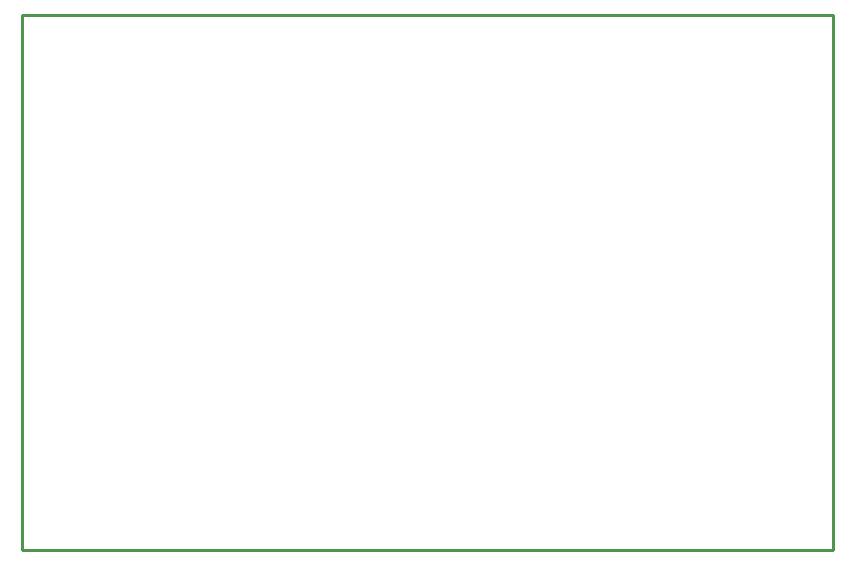
<source format=gko>
G04 ---------------------------- Layer name :KeepOutLayer*
G04 EasyEDA v5.7.24, Sat, 01 Sep 2018 15:29:15 GMT*
G04 70d3823de7e84894a96469fe6f11b24c*
G04 Gerber Generator version 0.2*
G04 Scale: 100 percent, Rotated: No, Reflected: No *
G04 Dimensions in inches *
G04 leading zeros omitted , absolute positions ,2 integer and 4 decimal *
%FSLAX24Y24*%
%MOIN*%
G90*
G70D02*

%ADD10C,0.010000*%
G54D10*
G01X0Y17850D02*
G01X27050Y17850D01*
G01X27050Y0D01*
G01X0Y0D01*
G01X0Y17850D01*

%LPD*%
M00*
M02*

</source>
